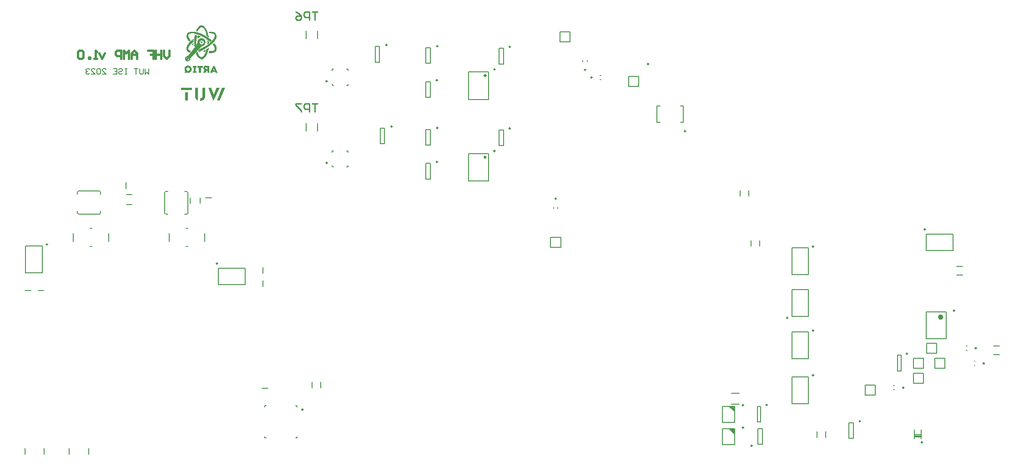
<source format=gbo>
G04*
G04 #@! TF.GenerationSoftware,Altium Limited,Altium Designer,22.8.2 (66)*
G04*
G04 Layer_Color=32896*
%FSLAX25Y25*%
%MOIN*%
G70*
G04*
G04 #@! TF.SameCoordinates,0D4134F5-1D43-4ED5-91CB-E042AC42DECA*
G04*
G04*
G04 #@! TF.FilePolarity,Positive*
G04*
G01*
G75*
%ADD10C,0.00118*%
%ADD11C,0.00394*%
%ADD12C,0.00394*%
%ADD13C,0.00984*%
%ADD14C,0.00787*%
%ADD15C,0.01181*%
%ADD16C,0.01000*%
%ADD17C,0.01968*%
%ADD18C,0.00197*%
%ADD21C,0.01575*%
%ADD22C,0.00800*%
%ADD23R,0.00040X0.00995*%
G36*
X262794Y344996D02*
X262902D01*
X263351Y344560D01*
Y344444D01*
X264321Y343475D01*
Y342960D01*
X264924Y342358D01*
Y341686D01*
X265160Y341449D01*
Y340670D01*
X265660Y340170D01*
Y338708D01*
X265992Y338375D01*
Y337754D01*
X265513D01*
X264978Y338289D01*
X264812D01*
Y338540D01*
X264428Y338924D01*
Y339960D01*
X264188Y340200D01*
Y341008D01*
X263603Y341593D01*
Y342350D01*
X262925Y343028D01*
Y343348D01*
X262123Y344150D01*
X261939D01*
X261521Y344568D01*
X260478D01*
X260061Y344152D01*
X259902D01*
Y344022D01*
X258680Y342799D01*
Y342255D01*
X258072Y341647D01*
Y341314D01*
X257218D01*
X256925Y341606D01*
X257050Y341686D01*
Y342079D01*
X257443Y342473D01*
Y342867D01*
X259805Y345623D01*
X262168D01*
X262794Y344996D01*
D02*
G37*
G36*
X260199Y337749D02*
X257837Y336567D01*
X258231Y338142D01*
X258624D01*
X260199Y337749D01*
D02*
G37*
G36*
X256268Y340986D02*
X260073Y339947D01*
X263273Y338247D01*
X265773Y336647D01*
X268102Y334892D01*
X267198Y334151D01*
X264173Y336447D01*
X260089Y338578D01*
X255219Y339965D01*
X253997Y340052D01*
X252436Y339804D01*
X251630Y339348D01*
X251186Y338211D01*
X251563Y336759D01*
X252582Y335063D01*
X251831Y334195D01*
X250398Y336528D01*
X250022Y337856D01*
X250448Y339734D01*
X251477Y340657D01*
X252716Y341076D01*
X254190Y341192D01*
X256268Y340986D01*
D02*
G37*
G36*
X265164Y334847D02*
X266165Y334072D01*
X266302Y333266D01*
X265214Y332331D01*
X265146Y334861D01*
X265164Y334847D01*
D02*
G37*
G36*
X254849Y331385D02*
X253897Y332042D01*
X253973Y332114D01*
X254722Y332820D01*
X254849Y331385D01*
D02*
G37*
G36*
X256262Y338930D02*
X257359Y338777D01*
X256951Y335480D01*
X256827Y333055D01*
X256865Y331937D01*
X255825Y330591D01*
X255673Y334047D01*
X255940Y337335D01*
X256217Y339007D01*
X256262Y338930D01*
D02*
G37*
G36*
X271577Y330485D02*
X271961Y328951D01*
X271871Y327954D01*
X271273Y326747D01*
X270078Y326086D01*
X268297Y325753D01*
X266161Y325897D01*
X266473Y327006D01*
X267975Y326903D01*
X269488Y327115D01*
X270347Y327580D01*
X270790Y328380D01*
X270774Y329166D01*
X270108Y330810D01*
X269326Y331959D01*
X270155Y332759D01*
X271577Y330485D01*
D02*
G37*
G36*
X268966Y341137D02*
X270481Y340676D01*
X271420Y339917D01*
X271873Y338547D01*
X271842Y337233D01*
X270841Y335101D01*
X269167Y333068D01*
X266873Y330947D01*
X263020Y328498D01*
X258771Y326625D01*
X258508Y327269D01*
X259190Y328010D01*
X261073Y328847D01*
X264868Y330992D01*
X268473Y334047D01*
X269802Y335644D01*
X270773Y337047D01*
X270816Y338111D01*
X270726Y338799D01*
X270198Y339487D01*
X269453Y339840D01*
X268026Y340046D01*
X266476Y339941D01*
X266168Y341055D01*
X267701Y341197D01*
X268966Y341137D01*
D02*
G37*
G36*
X263302Y326604D02*
X262362Y327152D01*
X263573Y327729D01*
X263302Y326604D01*
D02*
G37*
G36*
X254787Y334214D02*
X253602Y332993D01*
X252494Y331726D01*
X251605Y330279D01*
X251220Y329168D01*
X251295Y328093D01*
X252026Y327312D01*
X253038Y326985D01*
X252259Y325977D01*
X251893Y326102D01*
X250703Y326884D01*
X250168Y327808D01*
X250054Y329150D01*
X250754Y331164D01*
X252796Y333850D01*
X254768Y335658D01*
X254787Y334214D01*
D02*
G37*
G36*
X265626Y327322D02*
X264703Y324546D01*
X263692Y322790D01*
X262373Y321647D01*
X261332Y321197D01*
X260666D01*
X258939Y322090D01*
X258030Y323203D01*
X256905Y325527D01*
X257796Y326495D01*
X258095Y325642D01*
X259013Y323796D01*
X259869Y322823D01*
X260775Y322379D01*
X261689Y322531D01*
X262675Y323378D01*
X263394Y324505D01*
X264213Y326552D01*
X264703Y328424D01*
X265877Y329189D01*
X265626Y327322D01*
D02*
G37*
G36*
X251127Y321874D02*
X251334Y321666D01*
X251447Y321395D01*
Y321249D01*
Y321241D01*
Y321095D01*
X251334Y320823D01*
X251127Y320616D01*
X250855Y320503D01*
X250557D01*
X250286Y320615D01*
X250078Y320823D01*
X249966Y321094D01*
Y321241D01*
Y321247D01*
Y321394D01*
X250079Y321666D01*
X250286Y321874D01*
X250558Y321986D01*
X250856D01*
X251127Y321874D01*
D02*
G37*
G36*
X262791Y335665D02*
X263173Y335347D01*
X263673Y334447D01*
X263773Y332947D01*
X263170Y331591D01*
X261973Y330747D01*
X261074Y330548D01*
X253113Y322394D01*
X252789Y321898D01*
X252542Y321148D01*
X252131Y320127D01*
X251573Y319547D01*
X250734Y319471D01*
X251119Y320147D01*
X251875Y321054D01*
X251468Y322163D01*
X250305Y322365D01*
X249549Y321458D01*
X249955Y320350D01*
X251119Y320147D01*
X250734Y319471D01*
X249577Y319890D01*
X249373Y320247D01*
X248873Y320847D01*
X249340Y322443D01*
X249673Y322647D01*
X250510Y323114D01*
X251237Y323657D01*
X257638Y331930D01*
X258083Y333010D01*
X258073Y333947D01*
X258717Y335285D01*
X259873Y336147D01*
X260946Y336331D01*
X262791Y335665D01*
D02*
G37*
G36*
X266338Y311270D02*
X265205D01*
Y312759D01*
X264342Y312647D01*
X263540Y311270D01*
X262222D01*
Y311355D01*
X263176Y313048D01*
X262773Y313451D01*
X262549Y313898D01*
X262469Y314547D01*
X262549Y315001D01*
X262844Y315573D01*
X263636Y316130D01*
X265169Y316166D01*
Y315171D01*
X264198D01*
X263729Y314943D01*
X263586Y314566D01*
X263683Y314057D01*
X264200Y313747D01*
X265205Y313747D01*
X265169Y316166D01*
X266338D01*
Y311270D01*
D02*
G37*
G36*
X272403D02*
X271270D01*
X270934Y311986D01*
X268917D01*
X268582Y311270D01*
X267449D01*
X269703Y316232D01*
X270156D01*
X272403Y311270D01*
D02*
G37*
G36*
X261494Y315171D02*
X260252D01*
Y311270D01*
X259134D01*
Y315171D01*
X257898D01*
Y316166D01*
X261494D01*
Y315171D01*
D02*
G37*
G36*
X257015Y315200D02*
X256423D01*
Y312244D01*
X257066D01*
Y311270D01*
X254662D01*
Y312244D01*
X255305D01*
Y315200D01*
X254713D01*
Y316166D01*
X257015D01*
Y315200D01*
D02*
G37*
G36*
X251873Y316147D02*
X252565Y315861D01*
X253173Y315247D01*
X253473Y314747D01*
X253652Y314188D01*
X253671Y313711D01*
X253529Y312785D01*
X253138Y312073D01*
X252773Y311647D01*
X252244Y311404D01*
X250982Y311147D01*
X249858Y311422D01*
X249715Y311270D01*
X248529D01*
X249036Y312259D01*
X248743Y312933D01*
X248660Y313387D01*
Y313711D01*
X248789Y314646D01*
X249180Y315361D01*
X249570Y315750D01*
X250081Y316034D01*
X251157Y316253D01*
X251873Y316147D01*
D02*
G37*
G36*
X254005Y298473D02*
X245828D01*
Y300228D01*
X254005D01*
Y298473D01*
D02*
G37*
G36*
X269799Y290530D02*
X269747D01*
X265847Y300228D01*
X268057D01*
X269890Y295145D01*
X271996Y300228D01*
X274154D01*
X269799Y290530D01*
D02*
G37*
G36*
X263702Y294105D02*
X263702Y294059D01*
X263702Y294020D01*
X263701Y293982D01*
X263700Y293943D01*
X263699Y293905D01*
X263697Y293867D01*
X263695Y293829D01*
X263693Y293791D01*
X263690Y293753D01*
X263688Y293716D01*
X263685Y293678D01*
X263682Y293641D01*
X263678Y293604D01*
X263674Y293568D01*
X263670Y293531D01*
X263666Y293495D01*
X263661Y293458D01*
X263656Y293422D01*
X263651Y293386D01*
X263645Y293350D01*
X263639Y293315D01*
X263633Y293279D01*
X263627Y293244D01*
X263620Y293209D01*
X263613Y293174D01*
X263606Y293140D01*
X263599Y293105D01*
X263591Y293071D01*
X263582Y293031D01*
X263572Y292991D01*
X263562Y292952D01*
X263551Y292913D01*
X263540Y292874D01*
X263529Y292836D01*
X263517Y292798D01*
X263505Y292760D01*
X263493Y292722D01*
X263480Y292685D01*
X263465Y292642D01*
X263450Y292600D01*
X263434Y292558D01*
X263417Y292517D01*
X263400Y292476D01*
X263383Y292435D01*
X263363Y292389D01*
X263342Y292345D01*
X263320Y292300D01*
X263296Y292251D01*
X263271Y292203D01*
X263271D01*
X263267Y292196D01*
X263260Y292183D01*
X263253Y292170D01*
X263246Y292157D01*
X263242Y292151D01*
X263238Y292144D01*
X263230Y292129D01*
X263222Y292115D01*
X263214Y292101D01*
X263210Y292094D01*
Y292094D01*
X263205Y292087D01*
X263196Y292072D01*
X263187Y292057D01*
X263178Y292042D01*
X263174Y292034D01*
X263169Y292026D01*
X263159Y292010D01*
X263149Y291994D01*
X263139Y291978D01*
X263133Y291970D01*
X263127Y291962D01*
X263116Y291944D01*
X263104Y291926D01*
X263092Y291908D01*
X263086Y291899D01*
X263078Y291889D01*
X263064Y291868D01*
X263049Y291847D01*
X263034Y291827D01*
X263026Y291817D01*
X263015Y291802D01*
X262994Y291774D01*
X262971Y291745D01*
X262949Y291717D01*
X262937Y291703D01*
X262891Y291647D01*
X262793Y291539D01*
X262689Y291436D01*
X262581Y291339D01*
X262525Y291293D01*
X262515Y291284D01*
X262495Y291268D01*
X262474Y291252D01*
X262454Y291237D01*
X262444Y291229D01*
X262444Y291229D01*
X262435Y291222D01*
X262418Y291209D01*
X262400Y291196D01*
X262383Y291184D01*
X262374Y291177D01*
X262374Y291177D01*
X262366Y291172D01*
X262351Y291161D01*
X262335Y291150D01*
X262319Y291139D01*
X262311Y291134D01*
X262304Y291129D01*
X262291Y291120D01*
X262277Y291111D01*
X262263Y291102D01*
X262256Y291097D01*
X262250Y291093D01*
X262237Y291085D01*
X262224Y291077D01*
X262212Y291069D01*
X262205Y291065D01*
X262199Y291061D01*
X262186Y291053D01*
X262173Y291045D01*
X262160Y291037D01*
X262153Y291033D01*
X262105Y291005D01*
X262061Y290981D01*
X262017Y290957D01*
X261972Y290933D01*
X261931Y290913D01*
X261890Y290893D01*
X261849Y290874D01*
X261807Y290855D01*
X261770Y290839D01*
X261733Y290823D01*
X261695Y290807D01*
X261657Y290792D01*
X261619Y290777D01*
X261580Y290763D01*
X261541Y290749D01*
X261507Y290737D01*
X261473Y290726D01*
X261439Y290715D01*
X261405Y290704D01*
X261370Y290693D01*
X261335Y290683D01*
X261300Y290673D01*
X261264Y290663D01*
X261229Y290654D01*
X261193Y290645D01*
X261156Y290636D01*
X261120Y290627D01*
X261083Y290619D01*
X261046Y290611D01*
X261009Y290603D01*
X260972Y290595D01*
X260940Y290589D01*
X260909Y290584D01*
X260877Y290578D01*
X260845Y290573D01*
X260813Y290567D01*
X260781Y290562D01*
X260749Y290558D01*
X260716Y290553D01*
X260683Y290548D01*
X260650Y290544D01*
X260617Y290540D01*
X260584Y290536D01*
X260551Y290533D01*
X260517Y290529D01*
X260483Y290526D01*
X260449Y290523D01*
X260415Y290521D01*
X260381Y290518D01*
X260347Y290516D01*
X260312Y290513D01*
X260277Y290512D01*
X260242Y290510D01*
X260207Y290508D01*
X260172Y290507D01*
X260137Y290506D01*
X260101Y290505D01*
X260065Y290504D01*
X260029Y290504D01*
X259993Y290504D01*
X259971Y290504D01*
X259854D01*
Y292324D01*
X259971D01*
X259992Y292324D01*
X260009Y292324D01*
X260025Y292324D01*
X260042Y292325D01*
X260059Y292325D01*
X260075Y292326D01*
X260092Y292327D01*
X260108Y292328D01*
X260124Y292329D01*
X260140Y292330D01*
X260156Y292331D01*
X260173Y292332D01*
X260189Y292334D01*
X260204Y292335D01*
X260220Y292337D01*
X260236Y292339D01*
X260252Y292340D01*
X260267Y292342D01*
X260286Y292345D01*
X260304Y292348D01*
X260323Y292351D01*
X260341Y292354D01*
X260359Y292357D01*
X260377Y292360D01*
X260395Y292364D01*
X260413Y292367D01*
X260430Y292371D01*
X260448Y292375D01*
X260465Y292379D01*
X260483Y292383D01*
X260500Y292388D01*
X260520Y292393D01*
X260540Y292398D01*
X260559Y292404D01*
X260579Y292410D01*
X260598Y292416D01*
X260617Y292423D01*
X260639Y292430D01*
X260660Y292438D01*
X260681Y292446D01*
X260705Y292455D01*
X260729Y292465D01*
X260752Y292475D01*
X260755Y292476D01*
X260761Y292479D01*
X260768Y292482D01*
X260774Y292485D01*
X260777Y292486D01*
X260777Y292486D01*
X260781Y292488D01*
X260787Y292491D01*
X260794Y292494D01*
X260801Y292497D01*
X260805Y292499D01*
Y292499D01*
X260808Y292501D01*
X260815Y292504D01*
X260822Y292508D01*
X260828Y292511D01*
X260832Y292513D01*
X260832D01*
X260836Y292515D01*
X260843Y292518D01*
X260850Y292522D01*
X260857Y292526D01*
X260861Y292528D01*
X260865Y292530D01*
X260874Y292535D01*
X260882Y292540D01*
X260890Y292544D01*
X260894Y292547D01*
X260899Y292549D01*
X260909Y292555D01*
X260918Y292560D01*
X260927Y292566D01*
X260932Y292569D01*
X260932Y292569D01*
X260938Y292572D01*
X260949Y292579D01*
X260961Y292587D01*
X260972Y292594D01*
X260978Y292598D01*
X260978Y292598D01*
X260987Y292604D01*
X261005Y292616D01*
X261023Y292629D01*
X261041Y292642D01*
X261050Y292649D01*
X261071Y292666D01*
X261114Y292700D01*
X261155Y292736D01*
X261195Y292774D01*
X261214Y292793D01*
X261219Y292798D01*
X261228Y292809D01*
X261238Y292819D01*
X261248Y292829D01*
X261252Y292834D01*
X261256Y292839D01*
X261264Y292847D01*
X261271Y292856D01*
X261279Y292864D01*
X261282Y292868D01*
X261285Y292872D01*
X261291Y292879D01*
X261297Y292886D01*
X261303Y292894D01*
X261306Y292897D01*
X261306D01*
X261309Y292901D01*
X261314Y292908D01*
X261320Y292914D01*
X261325Y292921D01*
X261328Y292925D01*
X261330Y292928D01*
X261335Y292934D01*
X261340Y292941D01*
X261345Y292947D01*
X261347Y292951D01*
X261350Y292953D01*
X261354Y292959D01*
X261358Y292966D01*
X261363Y292972D01*
X261365Y292975D01*
X261380Y292997D01*
X261395Y293019D01*
X261410Y293042D01*
X261423Y293063D01*
X261436Y293084D01*
X261448Y293106D01*
X261459Y293125D01*
X261470Y293144D01*
X261480Y293164D01*
X261490Y293184D01*
X261500Y293204D01*
X261509Y293221D01*
X261517Y293239D01*
X261525Y293257D01*
X261533Y293275D01*
X261541Y293294D01*
X261549Y293312D01*
X261556Y293331D01*
X261563Y293349D01*
X261571Y293368D01*
X261578Y293387D01*
X261584Y293406D01*
X261590Y293423D01*
X261596Y293440D01*
X261601Y293456D01*
X261607Y293473D01*
X261612Y293490D01*
X261617Y293507D01*
X261622Y293524D01*
X261627Y293541D01*
X261631Y293559D01*
X261636Y293576D01*
X261640Y293594D01*
X261644Y293611D01*
X261649Y293629D01*
X261653Y293647D01*
X261656Y293665D01*
X261660Y293683D01*
X261664Y293701D01*
X261667Y293719D01*
X261671Y293738D01*
X261674Y293756D01*
X261677Y293774D01*
X261680Y293793D01*
X261683Y293812D01*
X261686Y293830D01*
X261688Y293849D01*
X261691Y293868D01*
X261693Y293887D01*
X261696Y293906D01*
X261698Y293926D01*
X261700Y293945D01*
X261701Y293964D01*
X261703Y293984D01*
X261705Y294003D01*
X261706Y294023D01*
X261707Y294043D01*
X261709Y294063D01*
X261710Y294083D01*
X261711Y294103D01*
X261711Y294123D01*
X261712Y294143D01*
X261713Y294163D01*
X261713Y294183D01*
X261713Y294204D01*
X261713Y294224D01*
X261713Y294235D01*
Y300228D01*
X263702D01*
Y294105D01*
D02*
G37*
G36*
X258229Y290816D02*
X258187Y290833D01*
X258148Y290850D01*
X258110Y290867D01*
X258073Y290884D01*
X258032Y290904D01*
X257991Y290924D01*
X257951Y290945D01*
X257908Y290967D01*
X257865Y290991D01*
X257819Y291017D01*
X257813Y291020D01*
X257801Y291027D01*
X257789Y291035D01*
X257777Y291042D01*
X257771Y291045D01*
Y291046D01*
X257765Y291049D01*
X257753Y291056D01*
X257741Y291064D01*
X257729Y291071D01*
X257723Y291075D01*
X257723D01*
X257717Y291079D01*
X257704Y291087D01*
X257691Y291095D01*
X257679Y291103D01*
X257673Y291107D01*
X257665Y291112D01*
X257651Y291121D01*
X257637Y291131D01*
X257624Y291140D01*
X257616Y291145D01*
X257609Y291150D01*
X257593Y291161D01*
X257578Y291172D01*
X257563Y291183D01*
X257555Y291188D01*
Y291188D01*
X257547Y291194D01*
X257530Y291206D01*
X257514Y291219D01*
X257497Y291231D01*
X257489Y291237D01*
X257479Y291245D01*
X257459Y291261D01*
X257439Y291277D01*
X257419Y291293D01*
X257409Y291301D01*
X257395Y291312D01*
X257368Y291335D01*
X257340Y291359D01*
X257313Y291383D01*
X257300Y291395D01*
X257247Y291443D01*
X257146Y291544D01*
X257050Y291650D01*
X256959Y291761D01*
X256916Y291818D01*
X256908Y291829D01*
X256893Y291850D01*
X256877Y291871D01*
X256862Y291893D01*
X256855Y291903D01*
X256849Y291912D01*
X256837Y291930D01*
X256825Y291947D01*
X256813Y291965D01*
X256807Y291974D01*
Y291974D01*
X256802Y291982D01*
X256792Y291998D01*
X256782Y292013D01*
X256773Y292029D01*
X256768Y292037D01*
X256768Y292037D01*
X256763Y292044D01*
X256755Y292058D01*
X256746Y292072D01*
X256738Y292087D01*
X256733Y292094D01*
X256730Y292101D01*
X256722Y292114D01*
X256714Y292128D01*
X256706Y292141D01*
X256702Y292148D01*
X256702Y292148D01*
X256699Y292155D01*
X256692Y292167D01*
X256684Y292180D01*
X256677Y292193D01*
X256674Y292200D01*
X256648Y292249D01*
X256623Y292298D01*
X256601Y292345D01*
X256581Y292388D01*
X256561Y292432D01*
X256542Y292476D01*
X256525Y292517D01*
X256509Y292558D01*
X256493Y292600D01*
X256478Y292642D01*
X256464Y292680D01*
X256451Y292719D01*
X256438Y292758D01*
X256426Y292797D01*
X256414Y292837D01*
X256403Y292873D01*
X256393Y292909D01*
X256383Y292945D01*
X256374Y292982D01*
X256364Y293019D01*
X256356Y293056D01*
X256347Y293093D01*
X256339Y293130D01*
X256331Y293168D01*
X256323Y293206D01*
X256316Y293244D01*
X256310Y293278D01*
X256304Y293312D01*
X256298Y293346D01*
X256293Y293381D01*
X256288Y293415D01*
X256283Y293450D01*
X256278Y293485D01*
X256274Y293520D01*
X256270Y293556D01*
X256266Y293591D01*
X256263Y293627D01*
X256259Y293663D01*
X256256Y293699D01*
X256254Y293735D01*
X256251Y293771D01*
X256249Y293808D01*
X256247Y293844D01*
X256245Y293881D01*
X256244Y293918D01*
X256243Y293955D01*
X256242Y293992D01*
X256241Y294029D01*
X256241Y294067D01*
X256240Y294105D01*
Y300228D01*
X258229D01*
Y290816D01*
D02*
G37*
G36*
X250911Y290673D02*
X248922D01*
Y296848D01*
X250911D01*
X250911Y290673D01*
D02*
G37*
G36*
X274336Y290628D02*
X272269D01*
X276065Y300183D01*
X278184D01*
X274336Y290628D01*
D02*
G37*
%LPC*%
G36*
X260340Y335209D02*
X259163Y333791D01*
X259803Y332061D01*
X261620Y331752D01*
X262797Y333170D01*
X262158Y334899D01*
X260340Y335209D01*
D02*
G37*
%LPD*%
G36*
X261473Y333947D02*
X261741Y333470D01*
X261573Y332947D01*
X260998Y332732D01*
X260473Y332947D01*
X260260Y333476D01*
X260373Y333847D01*
X261004Y334215D01*
X261473Y333947D01*
D02*
G37*
%LPC*%
G36*
X269934Y314461D02*
X269260Y312931D01*
X270591D01*
X269934Y314461D01*
D02*
G37*
G36*
X251157Y315157D02*
X250684Y315036D01*
X250242Y314806D01*
X249891Y314243D01*
X249813Y313711D01*
X249981Y312955D01*
X250473Y312447D01*
X251157Y312255D01*
X251673Y312347D01*
X252073Y312608D01*
X252424Y313176D01*
X252482Y313427D01*
X252424Y314243D01*
X252073Y314847D01*
X251673Y315036D01*
X251157Y315157D01*
D02*
G37*
%LPD*%
D10*
X249180Y315361D02*
G03*
X248789Y314646I1790J-1443D01*
G01*
X248743Y312930D02*
G03*
X249036Y312259I2334J621D01*
G01*
X248644Y313711D02*
G03*
X248660Y313387I3272J-4D01*
G01*
D02*
G03*
X248743Y312930I2809J274D01*
G01*
X248789Y314646D02*
G03*
X248644Y313711I2753J-906D01*
G01*
X250081Y316034D02*
G03*
X249180Y315361I913J-2159D01*
G01*
X249833Y313993D02*
G03*
X249813Y313711I1892J-277D01*
G01*
Y313711D02*
G03*
X249891Y313176I1769J-17D01*
G01*
Y314243D02*
G03*
X249833Y313993I1519J-481D01*
G01*
X249891Y313176D02*
G03*
X249981Y312955I1345J423D01*
G01*
X249966Y321247D02*
G03*
X250704Y320503I744J0D01*
G01*
X250709Y321986D02*
G03*
X249966Y321247I3J-746D01*
G01*
X251447Y321241D02*
G03*
X250709Y321986I-746J-1D01*
G01*
X249924Y311492D02*
G03*
X250038Y311435I1170J2193D01*
G01*
X250242Y314806D02*
G03*
X249891Y314243I888J-946D01*
G01*
X249981Y312955D02*
G03*
X251157Y312255I1157J605D01*
G01*
X250038Y311435D02*
G03*
X251175Y311186I1128J2434D01*
G01*
X251157Y316253D02*
G03*
X250081Y316034I-4J-2736D01*
G01*
X251157Y315157D02*
G03*
X250242Y314806I-9J-1346D01*
G01*
X250704Y320503D02*
G03*
X251447Y321241I-2J745D01*
G01*
X251157Y312255D02*
G03*
X252073Y312608I8J1340D01*
G01*
X251175Y311186D02*
G03*
X252244Y311404I4J2716D01*
G01*
X252334Y314461D02*
G03*
X251157Y315157I-1156J-612D01*
G01*
X252565Y315861D02*
G03*
X251157Y316253I-1395J-2287D01*
G01*
X252073Y312608D02*
G03*
X252424Y313176I-900J950D01*
G01*
X252424Y314243D02*
G03*
X252334Y314461I-1328J-421D01*
G01*
X252424Y313176D02*
G03*
X252482Y313427I-1542J485D01*
G01*
X252502Y313711D02*
G03*
X252424Y314243I-1743J17D01*
G01*
X252482Y313427D02*
G03*
X252502Y313711I-1921J279D01*
G01*
X252244Y311404D02*
G03*
X253138Y312073I-907J2145D01*
G01*
X253633Y314207D02*
G03*
X252565Y315861I-2291J-307D01*
G01*
X253138Y312073D02*
G03*
X253526Y312783I-1778J1434D01*
G01*
X253526Y312783D02*
G03*
X253671Y313711I-2734J900D01*
G01*
D02*
G03*
X253633Y314207I-3167J8D01*
G01*
X262547Y315001D02*
G03*
X262553Y313898I1759J-541D01*
G01*
X262848Y315573D02*
G03*
X262547Y315001I1286J-1044D01*
G01*
X262553Y313898D02*
G03*
X263180Y313048I1550J487D01*
G01*
X263528Y316051D02*
G03*
X262848Y315573I530J-1476D01*
G01*
X263590Y314566D02*
G03*
X263585Y314464I881J-98D01*
G01*
X263637Y314765D02*
G03*
X263590Y314566I789J-290D01*
G01*
X263966Y316153D02*
G03*
X263528Y316051I205J-1872D01*
G01*
X264205Y316166D02*
G03*
X263966Y316153I5J-2185D01*
G01*
X263585Y314464D02*
G03*
X263643Y314152I877J2D01*
G01*
X263679Y314858D02*
G03*
X263637Y314765I650J-349D01*
G01*
X263643Y314152D02*
G03*
X263687Y314057I711J276D01*
G01*
X263733Y314943D02*
G03*
X263679Y314858I527J-397D01*
G01*
X263687Y314057D02*
G03*
X263744Y313971I599J333D01*
G01*
Y313971D02*
G03*
X263812Y313896I488J376D01*
G01*
X263974Y315128D02*
G03*
X263733Y314943I208J-519D01*
G01*
X263812Y313896D02*
G03*
X264204Y313747I382J412D01*
G01*
X264202Y315171D02*
G03*
X263974Y315128I-1J-628D01*
G01*
X257898Y316166D02*
X261494D01*
X260252Y311270D02*
Y315171D01*
X248529Y311270D02*
Y311334D01*
X249063Y312217D01*
X249036Y312259D02*
X249063Y312217D01*
X248529Y311270D02*
X249715D01*
X249036Y312259D02*
X249924Y311492D01*
X249549Y321458D02*
X249955Y320350D01*
X249715Y311270D02*
X249853Y311530D01*
X249924Y311492D01*
X249549Y321458D02*
X250305Y322365D01*
X251468Y322163D01*
X251875Y321054D01*
X249955Y320350D02*
X251119Y320147D01*
X251875Y321054D01*
X254713Y315200D02*
X255305D01*
X254662Y311270D02*
Y312244D01*
X254713Y315200D02*
Y316166D01*
X254662Y312244D02*
X255305D01*
X264977Y315172D02*
X265008Y315172D01*
X265038Y315171D01*
X265069Y315171D01*
X265129Y315171D01*
X265209D01*
X265209Y311270D02*
Y312759D01*
X265209Y313747D02*
Y315171D01*
X266342Y311270D02*
Y316166D01*
X267449Y311360D02*
X269703Y316232D01*
X269260Y312886D02*
X269934Y314416D01*
X269260Y312886D02*
X270591D01*
X269934Y314416D02*
X270591Y312886D01*
X254662Y311270D02*
X257066D01*
X255305Y312244D02*
Y315200D01*
X254713Y316166D02*
X257015D01*
X256423Y312244D02*
Y315200D01*
X257015D01*
X256423Y312244D02*
X257066D01*
X257015Y315200D02*
Y316166D01*
X257066Y311270D02*
Y312244D01*
X257898Y315171D02*
Y316166D01*
Y315171D02*
X259134D01*
Y311270D02*
Y315171D01*
X260252D02*
X261494D01*
Y316166D01*
X262226Y311355D02*
X263244Y313005D01*
X263180Y313048D02*
X263244Y313005D01*
X264264Y315173D02*
X264325Y315174D01*
X264387Y315174D01*
X264449Y315175D01*
X264511Y315175D01*
X264574Y315175D01*
X264637Y315174D01*
X264699Y315174D01*
X264824Y315173D01*
X264855Y315173D01*
X264886Y315172D01*
X264916Y315172D01*
X264205Y316166D02*
X266342D01*
X269703Y316187D02*
X270156D01*
X264204Y313747D02*
X265209D01*
X264411Y312759D02*
X265209D01*
X264947Y315172D02*
X264977Y315172D01*
X270934Y311941D02*
X271270Y311225D01*
X268917Y311941D02*
X270934D01*
X270156Y316187D02*
X272403Y311315D01*
X268582Y311225D02*
X268917Y311941D01*
X259134Y311270D02*
X260252D01*
X262226D02*
Y311355D01*
Y311270D02*
X263544D01*
X265209D02*
X266342D01*
X267449D02*
Y311360D01*
Y311270D02*
X268582D01*
X271270Y311225D02*
X272403D01*
Y311315D01*
X264916Y315172D02*
X264947Y315172D01*
X263544Y311270D02*
X264411Y312759D01*
X264202Y315171D02*
X264264Y315173D01*
D11*
X260080Y329913D02*
G03*
X259847Y329699I4530J-5165D01*
G01*
X260293Y330091D02*
G03*
X260080Y329913I3365J-4257D01*
G01*
X260955Y330503D02*
G03*
X260817Y330438I781J-1829D01*
G01*
X261074Y330548D02*
G03*
X260955Y330503I483J-1455D01*
G01*
X251057Y335267D02*
G03*
X251246Y334982I8654J5533D01*
G01*
Y334982D02*
G03*
X251440Y334708I9895J6801D01*
G01*
X250163Y337235D02*
G03*
X250398Y336528I5809J1540D01*
G01*
X271901Y337434D02*
G03*
X271969Y337906I-3625J767D01*
G01*
X262236Y337551D02*
G03*
X261625Y337865I-13047J-24633D01*
G01*
X271956Y328392D02*
G03*
X271961Y328906I-3328J293D01*
G01*
X271565Y336403D02*
G03*
X271674Y336673I-6399J2739D01*
G01*
X270841Y335056D02*
G03*
X271565Y336403I-7338J4813D01*
G01*
X271577Y330440D02*
G03*
X271263Y331097I-6452J-2677D01*
G01*
X271821Y329727D02*
G03*
X271577Y330440I-5737J-1566D01*
G01*
X271961Y328906D02*
G03*
X271821Y329727I-4153J-287D01*
G01*
X271842Y337188D02*
G03*
X271901Y337434I-4276J1155D01*
G01*
X271674Y336673D02*
G03*
X271766Y336935I-5539J2101D01*
G01*
D02*
G03*
X271842Y337188I-4840J1581D01*
G01*
X260946Y336331D02*
G03*
X258717Y335285I-4J-2888D01*
G01*
X262791Y335665D02*
G03*
X260946Y336331I-1843J-2216D01*
G01*
X257880Y332385D02*
G03*
X257962Y332575I-3039J1411D01*
G01*
X257962Y332575D02*
G03*
X258020Y332742I-2401J940D01*
G01*
X258020Y332742D02*
G03*
X258083Y333010I-1647J527D01*
G01*
X258718Y335285D02*
G03*
X258083Y333010I2223J-1846D01*
G01*
X260260Y333476D02*
G03*
X260998Y332732I744J0D01*
G01*
X261004Y334215D02*
G03*
X260260Y333476I2J-745D01*
G01*
X260998Y332732D02*
G03*
X261741Y333470I-2J745D01*
G01*
D02*
G03*
X261004Y334215I-745J-1D01*
G01*
X257638Y331930D02*
G03*
X257774Y332170I-4752J2845D01*
G01*
X257268Y331371D02*
G03*
X257470Y331664I-7196J5184D01*
G01*
D02*
G03*
X257638Y331930I-5870J3881D01*
G01*
X261074Y330548D02*
G03*
X263170Y331591I-126J2881D01*
G01*
X260487Y330235D02*
G03*
X260293Y330091I2446J-3483D01*
G01*
X260662Y330350D02*
G03*
X260487Y330235I1733J-2830D01*
G01*
X260817Y330438D02*
G03*
X260662Y330350I1189J-2283D01*
G01*
X259190Y328011D02*
G03*
X263767Y330275I-9400J24764D01*
G01*
X259847Y329699D02*
G03*
X259594Y329446I5985J-6223D01*
G01*
X259594D02*
G03*
X259026Y328805I8691J-8286D01*
G01*
X264667Y328327D02*
G03*
X264662Y328305I1051J-262D01*
G01*
X264672Y328349D02*
G03*
X264667Y328327I708J-200D01*
G01*
X264679Y328370D02*
G03*
X264672Y328349I489J-160D01*
G01*
X264686Y328390D02*
G03*
X264679Y328370I332J-131D01*
G01*
X264694Y328408D02*
G03*
X264686Y328390I216J-106D01*
G01*
X264703Y328424D02*
G03*
X264694Y328408I131J-85D01*
G01*
X264713Y328436D02*
G03*
X264703Y328424I72J-66D01*
G01*
X264724Y328446D02*
G03*
X264713Y328437I35J-51D01*
G01*
X263767Y330275D02*
G03*
X264868Y330992I-15039J24310D01*
G01*
X263170Y331591D02*
G03*
X262791Y335665I-2225J1848D01*
G01*
X254770Y334174D02*
G03*
X254780Y334194I-263J132D01*
G01*
X254672Y334043D02*
G03*
X254713Y334088I-466J465D01*
G01*
Y334088D02*
G03*
X254730Y334110I-439J365D01*
G01*
Y334110D02*
G03*
X254745Y334132I-403J302D01*
G01*
X254745D02*
G03*
X254759Y334153I-359J241D01*
G01*
D02*
G03*
X254770Y334174I-312J184D01*
G01*
X254780Y334194D02*
G03*
X254787Y334214I-215J89D01*
G01*
X254787D02*
G03*
X254794Y334250I-149J48D01*
G01*
X255802Y336181D02*
G03*
X255753Y331420I27912J-2669D01*
G01*
X256879Y334665D02*
G03*
X256827Y333055I19501J-1429D01*
G01*
X254848Y331736D02*
G03*
X254825Y332118I-8081J-294D01*
G01*
X254839Y331241D02*
G03*
X254849Y331385I-2112J224D01*
G01*
X254852Y331553D02*
G03*
X254848Y331736I-5776J-24D01*
G01*
X254849Y331385D02*
G03*
X254852Y331553I-3822J149D01*
G01*
X253135Y334190D02*
G03*
X252796Y333850I13361J-13631D01*
G01*
X252180Y333178D02*
G03*
X251638Y332512I10166J-8819D01*
G01*
X252796Y333850D02*
G03*
X252180Y333178I11609J-11279D01*
G01*
X252724Y332020D02*
G03*
X252494Y331726I8415J-6847D01*
G01*
X253243Y332618D02*
G03*
X252724Y332020I9625J-8868D01*
G01*
X251188Y328920D02*
G03*
X251182Y328680I2210J-174D01*
G01*
D02*
G03*
X251202Y328448I2053J62D01*
G01*
X269980Y330975D02*
G03*
X269848Y331179I-9811J-6200D01*
G01*
X270108Y330765D02*
G03*
X269980Y330975I-7877J-4687D01*
G01*
X251186Y338211D02*
G03*
X251304Y337414I2959J32D01*
G01*
D02*
G03*
X251415Y337089I3395J979D01*
G01*
D02*
G03*
X251563Y336759I3859J1532D01*
G01*
D02*
G03*
X251651Y336592I4274J2139D01*
G01*
X251651D02*
G03*
X251782Y336359I10939J6029D01*
G01*
X254852Y335725D02*
G03*
X254852Y335724I30J7D01*
G01*
X255940Y337335D02*
G03*
X255802Y336181I25623J-3658D01*
G01*
X254859Y335678D02*
G03*
X254858Y335683I-189J-17D01*
G01*
X254859Y335673D02*
G03*
X254859Y335678I-137J-8D01*
G01*
X254859Y335669D02*
G03*
X254859Y335673I-105J-2D01*
G01*
X254859Y335665D02*
G03*
X254859Y335669I-84J3D01*
G01*
X254852Y335724D02*
G03*
X254852Y335723I24J7D01*
G01*
D02*
G03*
X254852Y335722I21J7D01*
G01*
X254858Y335683D02*
G03*
X254858Y335688I-274J-31D01*
G01*
X254851Y335726D02*
G03*
X254852Y335725I36J7D01*
G01*
X258153Y337913D02*
G03*
X258093Y337799I206J-182D01*
G01*
X258211Y337978D02*
G03*
X258153Y337913I573J-566D01*
G01*
X258281Y338044D02*
G03*
X258211Y337978I797J-919D01*
G01*
X258361Y338109D02*
G03*
X258281Y338044I908J-1201D01*
G01*
X261625Y337865D02*
G03*
X260089Y338578I-13106J-26206D01*
G01*
X264924Y338175D02*
G03*
X265074Y338076I582J715D01*
G01*
X265145Y338037D02*
G03*
X265074Y338076I-1936J-3446D01*
G01*
X270729Y337531D02*
G03*
X270816Y338066I-2619J703D01*
G01*
X269418Y335075D02*
G03*
X269802Y335599I-8953J6959D01*
G01*
D02*
G03*
X269970Y335851I-7367J5064D01*
G01*
Y335851D02*
G03*
X270121Y336098I-6546J4181D01*
G01*
D02*
G03*
X270257Y336341I-5916J3475D01*
G01*
X270257Y336341D02*
G03*
X270485Y336818I-5214J2791D01*
G01*
Y336818D02*
G03*
X270729Y337531I-4765J2025D01*
G01*
X267719Y335234D02*
G03*
X264734Y337431I-19310J-23110D01*
G01*
X265216Y337996D02*
G03*
X265145Y338037I-2236J-3813D01*
G01*
X266165Y334072D02*
G03*
X266050Y334167I-626J-643D01*
G01*
X266211Y334022D02*
G03*
X266165Y334072I-501J-412D01*
G01*
X266249Y333970D02*
G03*
X266211Y334022I-460J-296D01*
G01*
X266301Y333860D02*
G03*
X266249Y333970I-449J-145D01*
G01*
X266309Y333373D02*
G03*
X266309Y333431I-3414J21D01*
G01*
X264868Y330992D02*
G03*
X265986Y331796I-15911J23309D01*
G01*
X266311Y333555D02*
G03*
X266310Y333537I847J-56D01*
G01*
X266313Y333572D02*
G03*
X266311Y333555I706J-64D01*
G01*
X266323Y333739D02*
G03*
X266301Y333860I-485J-27D01*
G01*
X266317Y333605D02*
G03*
X266313Y333572I543J-82D01*
G01*
X266317Y333605D02*
G03*
X266324Y333673I-700J107D01*
G01*
X266323D02*
G03*
X266323Y333739I-586J32D01*
G01*
X266108Y333051D02*
G03*
X266270Y333195I-5181J5981D01*
G01*
X266270Y333195D02*
G03*
X266281Y333208I-48J52D01*
G01*
D02*
G03*
X266290Y333225I-86J57D01*
G01*
D02*
G03*
X266297Y333244I-145J62D01*
G01*
X266297D02*
G03*
X266302Y333266I-233J65D01*
G01*
X266302Y333266D02*
G03*
X266305Y333291I-358J65D01*
G01*
X266305D02*
G03*
X266308Y333317I-539J61D01*
G01*
D02*
G03*
X266309Y333344I-810J52D01*
G01*
Y333344D02*
G03*
X266309Y333373I-1265J39D01*
G01*
X270813Y328842D02*
G03*
X270774Y329121I-2519J-214D01*
G01*
X270554Y329868D02*
G03*
X270348Y330329I-5030J-1971D01*
G01*
X270774Y329121D02*
G03*
X270554Y329868I-4281J-851D01*
G01*
X271263Y331097D02*
G03*
X271088Y331404I-7081J-3835D01*
G01*
X270790Y328335D02*
G03*
X270818Y328580I-1700J319D01*
G01*
X270818D02*
G03*
X270813Y328842I-2060J88D01*
G01*
X270367Y334387D02*
G03*
X270841Y335056I-8451J6499D01*
G01*
X270527Y332236D02*
G03*
X270155Y332714I-12102J-9037D01*
G01*
X270717Y331974D02*
G03*
X270527Y332236I-9414J-6609D01*
G01*
X268304Y333833D02*
G03*
X269418Y335120I-11329J10939D01*
G01*
X267452Y333008D02*
G03*
X268304Y333833I-11860J13094D01*
G01*
X269500Y333370D02*
G03*
X269810Y333712I-11382J10636D01*
G01*
X269810Y333712D02*
G03*
X270099Y334051I-10353J9114D01*
G01*
X269167Y333023D02*
G03*
X269500Y333370I-12634J12464D01*
G01*
X270099Y334051D02*
G03*
X270367Y334387I-9515J7846D01*
G01*
X270905Y331696D02*
G03*
X270717Y331974I-8414J-5498D01*
G01*
X271088Y331404D02*
G03*
X270905Y331696I-7671J-4600D01*
G01*
X263020Y328498D02*
G03*
X269167Y333068I-11924J22456D01*
G01*
X264812Y338289D02*
G03*
X264924Y338175I572J449D01*
G01*
X270232Y330550D02*
G03*
X270108Y330765I-6655J-3672D01*
G01*
X270348Y330329D02*
G03*
X270232Y330550I-5818J-2925D01*
G01*
X270816Y338066D02*
G03*
X270816Y338311I-2027J116D01*
G01*
X271969Y337906D02*
G03*
X271911Y338790I-3003J247D01*
G01*
X264734Y337431D02*
G03*
X257219Y340769I-14230J-21903D01*
G01*
X258531Y338220D02*
G03*
X258361Y338109I707J-1264D01*
G01*
X258613Y338260D02*
G03*
X258531Y338220I376J-863D01*
G01*
X258687Y338287D02*
G03*
X258613Y338260I145J-526D01*
G01*
X257774Y332170D02*
G03*
X257880Y332385I-3815J2035D01*
G01*
X256827Y333055D02*
G03*
X256865Y331937I22122J196D01*
G01*
X256745Y330698D02*
G03*
X257027Y331049I-10568J8779D01*
G01*
D02*
G03*
X257268Y331371I-8753J6800D01*
G01*
X253494Y334535D02*
G03*
X253135Y334190I14724J-15732D01*
G01*
X250051Y329143D02*
G03*
X250054Y329150I-145J56D01*
G01*
X250030Y329102D02*
G03*
X250037Y329115I-475J281D01*
G01*
X250037Y329115D02*
G03*
X250041Y329121I-277J154D01*
G01*
X250041Y329121D02*
G03*
X250044Y329128I-221J116D01*
G01*
X250044Y329128D02*
G03*
X250048Y329135I-186J90D01*
G01*
D02*
G03*
X250051Y329143I-163J71D01*
G01*
X250054Y329150D02*
G03*
X250056Y329158I-133J44D01*
G01*
D02*
G03*
X250059Y329174I-119J32D01*
G01*
X250226Y329950D02*
G03*
X250059Y329174I4378J-1349D01*
G01*
X250364Y330346D02*
G03*
X250226Y329950I5013J-1973D01*
G01*
X250540Y330750D02*
G03*
X250364Y330346I5639J-2693D01*
G01*
X254766Y332620D02*
G03*
X254722Y332820I-1294J-183D01*
G01*
X254788Y332472D02*
G03*
X254766Y332620I-4517J-586D01*
G01*
X254808Y332302D02*
G03*
X254788Y332472I-6819J-717D01*
G01*
X254825Y332118D02*
G03*
X254808Y332302I-8313J-690D01*
G01*
X251638Y332512D02*
G03*
X250754Y331164I8942J-6827D01*
G01*
D02*
G03*
X250540Y330750I6485J-3613D01*
G01*
X251278Y329426D02*
G03*
X251220Y329168I2863J-784D01*
G01*
X251363Y329694D02*
G03*
X251278Y329426I3400J-1223D01*
G01*
X251605Y330279D02*
G03*
X251363Y329694I6060J-2850D01*
G01*
X251910Y330857D02*
G03*
X251605Y330279I6255J-3666D01*
G01*
X252281Y331435D02*
G03*
X251910Y330857I6862J-4820D01*
G01*
X252494Y331726D02*
G03*
X252281Y331435I7728J-5858D01*
G01*
X250875Y335564D02*
G03*
X251057Y335267I7770J4554D01*
G01*
X251440Y334708D02*
G03*
X251831Y334195I13273J9705D01*
G01*
X251220Y329168D02*
G03*
X251188Y328920I2474J-446D01*
G01*
X251202Y328448D02*
G03*
X251295Y328093I1582J222D01*
G01*
X267198Y334151D02*
G03*
X262236Y337551I-17056J-19574D01*
G01*
X265986Y331796D02*
G03*
X266501Y332198I-14399J19000D01*
G01*
Y332198D02*
G03*
X267452Y333008I-12885J16089D01*
G01*
X250398Y336528D02*
G03*
X250703Y335873I6451J2602D01*
G01*
D02*
G03*
X250875Y335564I7106J3755D01*
G01*
X251193Y338407D02*
G03*
X251186Y338211I2007J-177D01*
G01*
X263583Y327716D02*
G03*
X263577Y327727I-27J-7D01*
G01*
X264544Y327784D02*
G03*
X264647Y328236I-25297J5965D01*
G01*
X260934Y327480D02*
G03*
X263020Y328498I-12272J27784D01*
G01*
X259831Y327015D02*
G03*
X260934Y327480I-12466J31136D01*
G01*
X252720Y321767D02*
G03*
X252658Y321634I2270J-1130D01*
G01*
X263480Y327730D02*
G03*
X263471Y327727I21J-62D01*
G01*
X263485Y327732D02*
G03*
X263480Y327730I26J-91D01*
G01*
X263490Y327733D02*
G03*
X263485Y327732I26J-112D01*
G01*
X263496Y327734D02*
G03*
X263490Y327733I25J-132D01*
G01*
X263502Y327735D02*
G03*
X263496Y327734I22J-150D01*
G01*
X263514Y327737D02*
G03*
X263502Y327735I12J-171D01*
G01*
X263527Y327737D02*
G03*
X263514Y327737I0J-180D01*
G01*
X263542Y327736D02*
G03*
X263527Y327737I-15J-168D01*
G01*
X263549Y327736D02*
G03*
X263542Y327736I-20J-139D01*
G01*
X263555Y327735D02*
G03*
X263549Y327736I-23J-119D01*
G01*
X263561Y327733D02*
G03*
X263555Y327735I-25J-100D01*
G01*
X263565Y327732D02*
G03*
X263561Y327733I-25J-79D01*
G01*
X263569Y327731D02*
G03*
X263565Y327732I-23J-60D01*
G01*
X263573Y327729D02*
G03*
X263569Y327731I-20J-41D01*
G01*
X263575Y327728D02*
G03*
X263573Y327729I-15J-25D01*
G01*
X263577Y327727D02*
G03*
X263575Y327728I-10J-12D01*
G01*
X263585Y327707D02*
G03*
X263583Y327716I-88J-19D01*
G01*
X263583Y327620D02*
G03*
X263586Y327633I-144J38D01*
G01*
X263587Y327697D02*
G03*
X263585Y327707I-141J-20D01*
G01*
X263586Y327633D02*
G03*
X263588Y327685I-210J35D01*
G01*
X263588D02*
G03*
X263587Y327697I-188J-15D01*
G01*
X263967Y325819D02*
G03*
X264213Y326552I-13457J4926D01*
G01*
X264213D02*
G03*
X264328Y326943I-16171J4960D01*
G01*
Y326943D02*
G03*
X264438Y327353I-18549J5204D01*
G01*
D02*
G03*
X264544Y327784I-21542J5534D01*
G01*
X251705Y327526D02*
G03*
X251856Y327413I1101J1313D01*
G01*
D02*
G03*
X252026Y327312I1111J1666D01*
G01*
D02*
G03*
X252216Y327221I1126J2116D01*
G01*
Y327221D02*
G03*
X252425Y327142I1139J2683D01*
G01*
D02*
G03*
X252849Y327024I1338J3974D01*
G01*
D02*
G03*
X253038Y326985I1029J4585D01*
G01*
X267553Y326914D02*
G03*
X267727Y326907I471J9458D01*
G01*
X267553Y326914D02*
G03*
X267727Y326907I471J9458D01*
G01*
D02*
G03*
X267894Y326904I255J8155D01*
G01*
X267727Y326907D02*
G03*
X267894Y326904I255J8155D01*
G01*
X267727Y326907D02*
G03*
X267975Y326903I250J7965D01*
G01*
D02*
G03*
X268309Y326911I4J6502D01*
G01*
X265495Y326802D02*
G03*
X265626Y327322I-19486J5176D01*
G01*
D02*
G03*
X265865Y328447I-24748J5850D01*
G01*
X265208Y325838D02*
G03*
X265356Y326308I-14736J4894D01*
G01*
D02*
G03*
X265495Y326802I-16834J5003D01*
G01*
X266997Y325793D02*
G03*
X267301Y325769I1134J12358D01*
G01*
X268469Y326922D02*
G03*
X268778Y326956I-408J5195D01*
G01*
X268469Y326922D02*
G03*
X268778Y326956I-408J5195D01*
G01*
X268927Y326934D02*
G03*
X269488Y327070I-697J4101D01*
G01*
X269072Y326961D02*
G03*
X269488Y327070I-818J3983D01*
G01*
X269072Y326961D02*
G03*
X269488Y327070I-818J3983D01*
G01*
Y327070D02*
G03*
X269675Y327135I-1188J3696D01*
G01*
Y327135D02*
G03*
X270155Y327382I-779J2108D01*
G01*
Y327382D02*
G03*
X270347Y327535I-967J1411D01*
G01*
X270347D02*
G03*
X270507Y327707I-1021J1107D01*
G01*
X270507D02*
G03*
X270790Y328335I-1122J883D01*
G01*
X271598Y327255D02*
G03*
X271871Y327909I-2213J1309D01*
G01*
Y327909D02*
G03*
X271956Y328392I-2790J736D01*
G01*
X267975Y326903D02*
G03*
X268469Y326922I10J6254D01*
G01*
X267975Y326903D02*
G03*
X268469Y326922I10J6254D01*
G01*
X268309Y326911D02*
G03*
X268626Y326937I-283J5580D01*
G01*
X268297Y325753D02*
G03*
X268781Y325789I-289J7101D01*
G01*
X268297Y325753D02*
G03*
X268781Y325789I-289J7101D01*
G01*
X268461Y325761D02*
G03*
X268937Y325808I-425J6769D01*
G01*
X268626Y326892D02*
G03*
X268927Y326934I-524J4855D01*
G01*
X268778Y326911D02*
G03*
X269072Y326961I-633J4556D01*
G01*
X268778Y326911D02*
G03*
X269072Y326961I-633J4556D01*
G01*
X268781Y325744D02*
G03*
X269539Y325875I-660J6075D01*
G01*
X268781Y325744D02*
G03*
X269539Y325875I-660J6075D01*
G01*
X268937Y325763D02*
G03*
X269539Y325875I-800J5974D01*
G01*
Y325875D02*
G03*
X270078Y326041I-1005J4228D01*
G01*
X270078D02*
G03*
X270557Y326264I-1288J3389D01*
G01*
Y326264D02*
G03*
X270973Y326542I-1504J2694D01*
G01*
Y326542D02*
G03*
X271598Y327255I-1623J2056D01*
G01*
X252789Y321898D02*
G03*
X252720Y321767I2782J-1548D01*
G01*
X252860Y322021D02*
G03*
X252789Y321898I3264J-1979D01*
G01*
X252932Y322135D02*
G03*
X252860Y322021I3662J-2377D01*
G01*
X252658Y321634D02*
G03*
X252606Y321499I1774J-759D01*
G01*
X253113Y322394D02*
G03*
X252932Y322135I3827J-2860D01*
G01*
X252543Y321160D02*
G03*
X252543Y321146I258J-11D01*
G01*
X252547Y321232D02*
G03*
X252547Y321237I-191J7D01*
G01*
X252606Y321499D02*
G03*
X252547Y321237I1104J-390D01*
G01*
X258680Y322350D02*
G03*
X258939Y322090I3314J3046D01*
G01*
D02*
G03*
X260666Y321197I2423J2568D01*
G01*
X249340Y322443D02*
G03*
X249577Y319890I1394J-1158D01*
G01*
X250380Y323062D02*
G03*
X249340Y322443I348J-1768D01*
G01*
X250380Y323062D02*
G03*
X250510Y323114I-427J1245D01*
G01*
Y323114D02*
G03*
X250636Y323180I-710J1522D01*
G01*
X250636D02*
G03*
X250758Y323255I-1041J1813D01*
G01*
Y323255D02*
G03*
X250873Y323337I-1403J2098D01*
G01*
X250873Y323337D02*
G03*
X250981Y323422I-1769J2350D01*
G01*
X250981D02*
G03*
X251237Y323657I-2222J2677D01*
G01*
X251237D02*
G03*
X251336Y323763I-2112J2089D01*
G01*
X249577Y319890D02*
G03*
X250734Y319471I1155J1384D01*
G01*
Y319471D02*
G03*
X252131Y320127I2J1810D01*
G01*
X252131Y320127D02*
G03*
X252542Y321148I-1386J1152D01*
G01*
X250091Y328083D02*
G03*
X250168Y327808I3029J708D01*
G01*
Y327808D02*
G03*
X250703Y326884I2430J789D01*
G01*
X251295Y328093D02*
G03*
X251705Y327526I1301J510D01*
G01*
X250703Y326884D02*
G03*
X251108Y326523I1963J1794D01*
G01*
D02*
G03*
X251346Y326367I1799J2480D01*
G01*
D02*
G03*
X251893Y326102I1902J3234D01*
G01*
X251928Y326089D02*
G03*
X252001Y326062I1426J3753D01*
G01*
X252147Y326012D02*
G03*
X252259Y325977I1897J5892D01*
G01*
X257796Y326495D02*
G03*
X258095Y325642I13198J4154D01*
G01*
X256905Y325527D02*
G03*
X257001Y325269I14740J5378D01*
G01*
X257001Y325269D02*
G03*
X257427Y324274I13407J5148D01*
G01*
X257427D02*
G03*
X257503Y324119I7493J3561D01*
G01*
D02*
G03*
X257847Y323496I8115J4073D01*
G01*
D02*
G03*
X258030Y323203I9346J5635D01*
G01*
X258030D02*
G03*
X258228Y322911I6747J4365D01*
G01*
X258095Y325642D02*
G03*
X258439Y324841I11689J4541D01*
G01*
X258228Y322911D02*
G03*
X258444Y322625I5189J3690D01*
G01*
X258439Y324841D02*
G03*
X258643Y324428I10276J4817D01*
G01*
X258444Y322625D02*
G03*
X258680Y322350I4114J3289D01*
G01*
X258643Y324428D02*
G03*
X258757Y324217I7243J3774D01*
G01*
D02*
G03*
X258879Y324006I6063J3388D01*
G01*
X258879D02*
G03*
X259013Y323796I5184J3141D01*
G01*
D02*
G03*
X259157Y323589I4490J2979D01*
G01*
X259157D02*
G03*
X259314Y323387I3923J2876D01*
G01*
X259314D02*
G03*
X259669Y323002I3321J2709D01*
G01*
Y323002D02*
G03*
X259869Y322823I2698J2821D01*
G01*
Y322823D02*
G03*
X260319Y322527I1463J1730D01*
G01*
D02*
G03*
X260547Y322434I762J1549D01*
G01*
Y322434D02*
G03*
X260775Y322379I470J1445D01*
G01*
Y322379D02*
G03*
X261689Y322531I224J1473D01*
G01*
Y322531D02*
G03*
X261914Y322662I-922J1847D01*
G01*
Y322662D02*
G03*
X262138Y322831I-1405J2101D01*
G01*
X262138Y322831D02*
G03*
X262675Y323378I-2629J3118D01*
G01*
Y323378D02*
G03*
X262924Y323709I-3924J3201D01*
G01*
X262924D02*
G03*
X263044Y323890I-4880J3364D01*
G01*
Y323890D02*
G03*
X263162Y324083I-5634J3586D01*
G01*
X263162D02*
G03*
X263279Y324288I-6544J3860D01*
G01*
X263279D02*
G03*
X263394Y324505I-7640J4193D01*
G01*
X263445Y322482D02*
G03*
X263692Y322790I-4214J3628D01*
G01*
X261332Y321197D02*
G03*
X262178Y321483I-730J3551D01*
G01*
D02*
G03*
X262874Y321926I-1593J3274D01*
G01*
D02*
G03*
X263174Y322193I-2593J3215D01*
G01*
Y322193D02*
G03*
X263445Y322482I-3303J3367D01*
G01*
X263394Y324505D02*
G03*
X263967Y325819I-10378J5308D01*
G01*
X263692Y322790D02*
G03*
X263915Y323109I-5431J4043D01*
G01*
X263915Y323109D02*
G03*
X264308Y323763I-8290J5424D01*
G01*
D02*
G03*
X264703Y324546I-9879J5475D01*
G01*
Y324546D02*
G03*
X265051Y325388I-11238J5127D01*
G01*
Y325388D02*
G03*
X265208Y325838I-13092J4850D01*
G01*
X267201Y325776D02*
G03*
X267495Y325758I848J11237D01*
G01*
X267301Y325769D02*
G03*
X267590Y325753I721J10770D01*
G01*
X267301Y325769D02*
G03*
X267590Y325753I720J10673D01*
G01*
X267495Y325758D02*
G03*
X267958Y325746I482J9710D01*
G01*
X267590Y325753D02*
G03*
X267958Y325746I384J9569D01*
G01*
X267590Y325753D02*
G03*
X267958Y325746I372J9214D01*
G01*
D02*
G03*
X268297Y325753I4J8163D01*
G01*
X267958Y325746D02*
G03*
X268297Y325753I4J8163D01*
G01*
X267958Y325746D02*
G03*
X268461Y325761I8J7924D01*
G01*
X252201Y335670D02*
X252272Y335557D01*
X250082Y337578D02*
X250092Y337535D01*
X250101Y337492D01*
X250111Y337449D01*
X250121Y337406D01*
X250131Y337363D01*
X250142Y337320D01*
X250163Y337235D01*
X258018Y337314D02*
X258033Y337411D01*
X258048Y337509D01*
X258063Y337605D01*
X252492Y335207D02*
X252522Y335159D01*
X256900Y334937D02*
X256924Y335208D01*
X265146Y334861D02*
X265155Y334854D01*
X265159Y334851D01*
X265164Y334847D01*
X259190Y328011D02*
X259190Y328010D01*
X259190Y328011D02*
X259190Y328010D01*
X264647Y328236D02*
X264652Y328263D01*
X264647Y328236D02*
X264652Y328263D01*
X264662Y328305D01*
X254569Y333941D02*
X254672Y334043D01*
X254794Y334250D02*
X254801Y334361D01*
X254808Y334473D01*
X254814Y334584D01*
X254819Y334696D01*
X254825Y334808D01*
X256879Y334665D02*
X256900Y334937D01*
X255753Y331420D02*
X255759Y331335D01*
X255772Y331167D01*
X255787Y331001D01*
X255802Y330837D01*
X253331Y332712D02*
X253420Y332806D01*
X253510Y332900D01*
X253602Y332993D01*
X253693Y333085D01*
X253243Y332618D02*
X253331Y332712D01*
X269359Y331869D02*
X269370Y331854D01*
X269659Y331457D02*
X269713Y331379D01*
X269848Y331179D01*
X269491Y331689D02*
X269519Y331651D01*
X269548Y331613D01*
X269576Y331574D01*
X269604Y331535D01*
X251782Y336359D02*
X251850Y336243D01*
X251919Y336127D01*
X251989Y336012D01*
X252059Y335898D01*
X252130Y335784D01*
X252201Y335670D01*
X254810Y335694D02*
X254851Y335730D01*
X252272Y335557D02*
X252342Y335445D01*
X254851Y335728D02*
X254851Y335727D01*
X254851Y335727D01*
X254851Y335726D01*
X254524Y335446D02*
X254564Y335481D01*
X254605Y335516D01*
X254646Y335551D01*
X254686Y335587D01*
X254727Y335622D01*
X254768Y335658D01*
X254810Y335694D01*
X252342Y335445D02*
X252402Y335350D01*
X254054Y335039D02*
X254150Y335122D01*
X254246Y335206D01*
X254344Y335291D01*
X254443Y335376D01*
X254524Y335446D01*
X254839Y335142D02*
X254847Y335362D01*
X252432Y335303D02*
X252462Y335255D01*
X257074Y336565D02*
X257107Y336834D01*
X257175Y337368D01*
X257190Y337485D01*
X256951Y335480D02*
X256979Y335752D01*
X257009Y336024D01*
X257041Y336295D01*
X257074Y336565D01*
X252462Y335255D02*
X252492Y335207D01*
X257944Y336820D02*
X257974Y337019D01*
X257988Y337118D01*
X258003Y337216D01*
X256924Y335208D02*
X256951Y335480D01*
X257893Y336480D02*
X257944Y336820D01*
X252402Y335350D02*
X252432Y335303D01*
X254830Y334919D02*
X254834Y335031D01*
X254839Y335142D01*
X254847Y335362D02*
X254859Y335665D01*
X254847Y335362D02*
X254859Y335665D01*
X254852Y335722D02*
X254855Y335707D01*
X254856Y335700D01*
X254857Y335694D01*
X254858Y335688D01*
X254825Y334808D02*
X254830Y334919D01*
X254851Y335730D02*
X254851Y335728D01*
X259925Y337850D02*
X259959Y337837D01*
X259856Y337878D02*
X259890Y337864D01*
X259182Y338145D02*
X259281Y338107D01*
X257944Y336820D02*
X260133Y337767D01*
X257893Y336480D02*
X260133Y337767D01*
X259083Y338183D02*
X259182Y338145D01*
X259281Y338107D02*
X259381Y338068D01*
X259482Y338028D01*
X259583Y337988D01*
X260098Y337781D02*
X260133Y337767D01*
X260028Y337809D02*
X260098Y337781D01*
X259959Y337837D02*
X260028Y337809D01*
X255940Y337335D02*
X255975Y337573D01*
X257190Y337485D02*
X257205Y337603D01*
X256013Y337809D02*
X256032Y337928D01*
X256052Y338047D01*
X256072Y338167D01*
X257235Y337840D02*
X257250Y337959D01*
X257265Y338078D01*
X257280Y338197D01*
X257220Y337721D02*
X257235Y337840D01*
X255994Y337691D02*
X256013Y337809D01*
X255975Y337573D02*
X255994Y337691D01*
X257205Y337603D02*
X257220Y337721D01*
X258003Y337216D02*
X258018Y337314D01*
X259685Y337947D02*
X259788Y337906D01*
X259856Y337878D01*
X258063Y337605D02*
X258078Y337702D01*
X259583Y337988D02*
X259685Y337947D01*
X259890Y337864D02*
X259925Y337850D01*
X258078Y337702D02*
X258093Y337799D01*
X265181Y334833D02*
X265190Y334826D01*
X265164Y334847D02*
X265168Y334844D01*
X265173Y334840D01*
X265181Y334833D01*
X266030Y337515D02*
X266040Y337454D01*
X265986Y337490D02*
X266040Y337454D01*
X267931Y335047D02*
X267958Y335023D01*
X267986Y334998D01*
X268008Y334977D02*
X268019Y334967D01*
X268031Y334957D01*
X268042Y334946D01*
X265855Y337579D02*
X265881Y337561D01*
X265907Y337544D01*
X265933Y337526D01*
X265959Y337508D01*
X265986Y337490D01*
X265803Y337614D02*
X265829Y337596D01*
X265855Y337579D01*
X265778Y337631D02*
X265803Y337614D01*
X265216Y337996D02*
X265286Y337954D01*
X265356Y337911D01*
X265425Y337867D01*
X265495Y337821D01*
X265565Y337775D01*
X265635Y337728D01*
X265778Y337631D01*
X265943Y338059D02*
X265955Y337983D01*
X266020Y337576D02*
X266030Y337515D01*
X268042Y334946D02*
X268054Y334935D01*
X268066Y334925D01*
X266006Y337665D02*
X266011Y337636D01*
X266016Y337606D01*
X266020Y337576D01*
X266001Y337695D02*
X266006Y337665D01*
X265968Y337908D02*
X265980Y337831D01*
X265955Y337983D02*
X265968Y337908D01*
X265980Y337831D02*
X265992Y337754D01*
X266001Y337695D01*
X265876Y328505D02*
X265887Y328564D01*
X265851Y329173D02*
X265877Y329189D01*
X265782Y334363D02*
X265848Y334313D01*
X265915Y334264D01*
X265982Y334215D01*
X266050Y334167D01*
X266309Y333467D02*
Y333485D01*
Y333467D02*
X266309Y333449D01*
X266309Y333485D02*
X266309Y333502D01*
X266309Y333449D02*
X266309Y333431D01*
X266309Y333502D02*
X266310Y333520D01*
X266310Y333537D01*
X265865Y328447D02*
X265876Y328505D01*
X264724Y328446D02*
X264924Y328579D01*
X265024Y328645D01*
X265125Y328710D01*
X265227Y328776D01*
X265330Y328842D01*
X265433Y328907D01*
X265537Y328974D01*
X265642Y329040D01*
X265749Y329107D01*
X265800Y329140D01*
X265825Y329156D02*
X265851Y329173D01*
X265877Y329189D02*
X265903Y329206D01*
X265887Y328564D02*
X265897Y328623D01*
X265908Y328682D01*
X265918Y328741D01*
X265903Y329206D02*
X265929Y329222D01*
X265918Y328741D02*
X265928Y328801D01*
X265939Y328861D01*
X265929Y329222D02*
X265955Y329239D01*
X265939Y328861D02*
X265949Y328922D01*
X265970Y329045D01*
X265955Y329239D02*
X265981Y329255D01*
X265970Y329045D02*
X265973Y329067D01*
X265984Y329135D01*
X266007Y329272D01*
X265981Y329255D02*
X266007Y329272D01*
X265146Y332277D02*
X265150Y332280D01*
X265146Y332277D02*
Y334861D01*
Y332277D02*
Y334861D01*
X265150Y332280D02*
X265155Y332284D01*
X265159Y332287D01*
X265164Y332291D01*
X265168Y332294D01*
X265177Y332301D01*
X265190Y332312D01*
X265198Y332318D01*
X265206Y332324D01*
X265214Y332331D01*
X266025Y332980D02*
X266108Y333051D01*
X265418Y332491D02*
X265508Y332562D01*
X265597Y332632D01*
X265684Y332701D01*
X265771Y332771D01*
X265190Y334826D02*
X265206Y334814D01*
X265214Y334807D01*
X265223Y334801D01*
X265230Y334795D01*
X265238Y334788D01*
X265246Y334782D01*
X265254Y334776D01*
X265262Y334770D01*
X265270Y334763D01*
X265293Y334746D01*
X265304Y334737D01*
X265246Y332356D02*
X265254Y332362D01*
X265214Y332331D02*
X265223Y332337D01*
X265230Y332343D01*
X265238Y332349D01*
X265246Y332356D01*
X265254Y332362D02*
X265270Y332375D01*
X265285Y332386D01*
X265300Y332398D01*
X265315Y332410D01*
X265330Y332421D01*
X265344Y332433D01*
X265359Y332445D01*
X265374Y332456D01*
X265389Y332468D01*
X265418Y332491D01*
X265304Y334737D02*
X265315Y334728D01*
X265326Y334719D01*
X265338Y334710D01*
X265349Y334702D01*
X265360Y334693D01*
X265371Y334684D01*
X265382Y334676D01*
X265517Y334569D01*
X265583Y334516D01*
X265650Y334465D01*
X265716Y334413D01*
X265782Y334363D01*
X265771Y332771D02*
X265857Y332840D01*
X265941Y332910D01*
X266025Y332980D01*
X269463Y331727D02*
X269491Y331689D01*
X269403Y331810D02*
X269414Y331795D01*
X269436Y331765D01*
X269463Y331727D01*
X269604Y331535D02*
X269631Y331496D01*
X269659Y331457D01*
X269326Y331914D02*
X269337Y331899D01*
X269348Y331884D01*
X269359Y331869D01*
X269326Y331914D02*
X270155Y332714D01*
X269326Y331914D02*
X270155Y332714D01*
X269370Y331854D02*
X269381Y331839D01*
X269392Y331824D01*
X269403Y331810D01*
X265906Y338281D02*
X265919Y338208D01*
X265931Y338133D02*
X265943Y338059D01*
X265919Y338208D02*
X265931Y338133D01*
X258983Y338220D02*
X259083Y338183D01*
X257280Y338197D02*
X257295Y338316D01*
X256072Y338167D02*
X256093Y338287D01*
X258784Y338292D02*
X258983Y338220D01*
X255802Y330837D02*
X255809Y330755D01*
X255825Y330591D01*
X255999Y329742D02*
X256397Y330252D01*
X255825Y330591D02*
X256865Y331937D01*
X255825Y330591D02*
X256865Y331937D01*
X256397Y330252D02*
X256745Y330698D01*
X253678Y334704D02*
X253771Y334788D01*
X252522Y335159D02*
X252552Y335111D01*
X252582Y335063D01*
X252642Y334967D01*
X253494Y334535D02*
X253678Y334704D01*
X250028Y329099D02*
X250029Y329100D01*
X250030Y329102D01*
X253878Y333267D02*
X253970Y333357D01*
X254205Y333585D02*
X254257Y333635D01*
X253970Y333357D02*
X254154Y333535D01*
X254205Y333585D01*
X254257Y333635D02*
X254309Y333685D01*
X254361Y333736D01*
X254413Y333787D01*
X254465Y333838D01*
X254517Y333889D01*
X254569Y333941D01*
X253897Y332042D02*
X254722Y332820D01*
X253785Y333176D02*
X253878Y333267D01*
X253693Y333085D02*
X253785Y333176D01*
X253897Y332042D02*
X254722Y332820D01*
X253897Y332042D02*
X254839Y331241D01*
X253897Y332042D02*
X254839Y331241D01*
X251831Y334195D02*
X252642Y334967D01*
X251831Y334195D02*
X252642Y334967D01*
X267986Y334998D02*
X268008Y334977D01*
X268066Y334925D02*
X268078Y334914D01*
X265800Y329140D02*
X265825Y329156D01*
X267253Y334107D02*
X268102Y334892D01*
X267772Y335189D02*
X267798Y335166D01*
X267824Y335143D01*
X267851Y335120D01*
X267877Y335096D01*
X267904Y335072D01*
X267931Y335047D01*
X267719Y335234D02*
X267772Y335189D01*
X268078Y334914D02*
X268090Y334903D01*
X268102Y334892D01*
X267198Y334151D02*
X267204Y334146D01*
X267209Y334142D01*
X267215Y334137D01*
X267220Y334133D01*
X267226Y334128D01*
X267232Y334124D01*
X267237Y334120D01*
X267243Y334115D01*
X267253Y334107D01*
X268102Y334892D01*
X250027Y329097D02*
X250028Y329099D01*
X250021Y328378D02*
Y329086D01*
X250023Y329089D01*
X250024Y329090D01*
X250025Y329092D01*
X250026Y329094D01*
X250027Y329096D01*
X250027Y329097D01*
X250021Y329086D02*
X250091Y328083D01*
X250021Y328378D02*
X250091Y328083D01*
X250022Y337856D02*
Y338566D01*
X253771Y334788D02*
X253865Y334872D01*
X253959Y334955D01*
X254054Y335039D01*
X250064Y337663D02*
X250073Y337620D01*
X250082Y337578D01*
X250022Y337856D02*
X250034Y337798D01*
X250064Y337663D01*
X250022Y337856D02*
Y338566D01*
X259678Y326955D02*
X259831Y327015D01*
X258735Y326612D02*
X258771Y326625D01*
X258806Y326638D01*
X258841Y326651D01*
X258876Y326663D01*
X258911Y326676D01*
X258946Y326688D01*
X258980Y326700D01*
X259049Y326725D01*
X259130Y326754D01*
X259210Y326783D01*
X259290Y326811D01*
X259368Y326840D01*
X259446Y326868D01*
X259524Y326897D01*
X259601Y326926D01*
X259678Y326955D01*
X262123Y327027D02*
X262362Y327152D01*
X262590Y327271D01*
X262702Y327330D01*
X262123Y327027D02*
X263302Y326604D01*
X262702Y327330D02*
X262814Y327388D01*
X262362Y327152D02*
X263367Y326836D01*
X262814Y327388D02*
X262925Y327445D01*
X263035Y327502D01*
X263144Y327559D01*
X263253Y327615D01*
X263362Y327671D01*
X263302Y326604D02*
X263367Y326836D01*
X263390Y326917D01*
X263412Y326997D01*
X263362Y327671D02*
X263471Y327727D01*
X263412Y326997D02*
X263435Y327077D01*
X263457Y327156D01*
X263478Y327234D01*
X263500Y327312D01*
X263521Y327389D01*
X263542Y327467D01*
X263583Y327620D01*
X253489Y326526D02*
X254205Y327443D01*
X255999Y329742D01*
X258508Y327269D02*
X259190Y328010D01*
X258700Y326600D02*
X259190Y328010D01*
X267100Y325784D02*
X267301Y325769D01*
X267183Y326940D02*
X267257Y326933D01*
X267332Y326928D01*
X267405Y326923D01*
X267479Y326918D01*
X267553Y326914D01*
X267597Y326912D01*
X267727Y326907D01*
X267894Y326904D02*
X267975Y326903D01*
X267894Y326904D02*
X267975Y326903D01*
X266473Y327006D02*
X266608Y326993D01*
X266161Y325897D02*
X266185Y325894D01*
X266209Y325891D01*
X266232Y325888D01*
X266256Y325884D01*
X266279Y325881D01*
X266303Y325878D01*
X266326Y325875D01*
X266161Y325897D02*
X266473Y327006D01*
X266161Y325897D02*
X266473Y327006D01*
X266326Y325875D02*
X266349Y325872D01*
X266396Y325865D01*
X266458Y325857D01*
X266519Y325849D01*
X266579Y325841D01*
X266639Y325833D01*
X266608Y326993D02*
X266674Y326987D01*
X266639Y325833D02*
X266699Y325826D01*
X266674Y326987D02*
X266740Y326981D01*
X266699Y325826D02*
X266758Y325818D01*
X266740Y326981D02*
X266805Y326974D01*
X266758Y325818D02*
X266818Y325811D01*
X266877Y325805D01*
X266805Y326974D02*
X266958Y326960D01*
X266877Y325805D02*
X266997Y325793D01*
X266958Y326960D02*
X267034Y326953D01*
X266997Y325793D02*
X267100Y325784D01*
X267034Y326953D02*
X267109Y326946D01*
X266997Y325793D02*
X267201Y325776D01*
X267109Y326946D02*
X267183Y326940D01*
X252543Y321160D02*
X252544Y321170D01*
X252544Y321181D01*
X252545Y321192D01*
X252545Y321203D01*
X252546Y321214D01*
X252546Y321224D01*
X252547Y321232D01*
X251336Y323763D02*
X252030Y324654D01*
X252756Y325586D01*
X252542Y321148D02*
X252543Y321146D01*
X251893Y326102D02*
X251928Y326089D01*
X252001Y326062D02*
X252074Y326036D01*
X252147Y326012D01*
X252259Y325977D02*
X253038Y326985D01*
X252259Y325977D02*
X253038Y326985D01*
X252756Y325586D02*
X253489Y326526D01*
X256905Y325527D02*
X257796Y326495D01*
X256905Y325527D02*
X257796Y326495D01*
X258508Y327269D02*
X258700Y326600D01*
X258735Y326612D01*
X253113Y322394D02*
X259026Y328805D01*
X260666Y321197D02*
X261332D01*
X260666D02*
X261332D01*
D12*
X254852Y335724D02*
D03*
D13*
X709547Y122138D02*
G03*
X709547Y122138I-492J0D01*
G01*
X400734Y271755D02*
G03*
X400734Y271755I-492J0D01*
G01*
X520965Y218799D02*
G03*
X520965Y218799I-492J0D01*
G01*
X791362Y196272D02*
G03*
X791362Y196272I-492J0D01*
G01*
X775617Y80214D02*
G03*
X775617Y80214I-492J0D01*
G01*
X743809Y55637D02*
G03*
X743809Y55637I-492J0D01*
G01*
X547167Y307628D02*
G03*
X547167Y307628I-492J0D01*
G01*
X542500Y313197D02*
G03*
X542500Y313197I-492J0D01*
G01*
X789272Y40157D02*
G03*
X789272Y40157I-492J0D01*
G01*
X433884Y245789D02*
G03*
X433884Y245789I-492J0D01*
G01*
X487329Y270317D02*
G03*
X487329Y270317I-492J0D01*
G01*
X434179Y270711D02*
G03*
X434179Y270711I-492J0D01*
G01*
X476108Y253782D02*
G03*
X476108Y253782I-492J0D01*
G01*
X353124Y245037D02*
G03*
X353124Y245037I-492J0D01*
G01*
X487329Y330159D02*
G03*
X487329Y330159I-492J0D01*
G01*
X396923Y331455D02*
G03*
X396923Y331455I-492J0D01*
G01*
X434179Y330553D02*
G03*
X434179Y330553I-492J0D01*
G01*
X476108Y313624D02*
G03*
X476108Y313624I-492J0D01*
G01*
X433884Y305632D02*
G03*
X433884Y305632I-492J0D01*
G01*
X353124Y304880D02*
G03*
X353124Y304880I-492J0D01*
G01*
X778348Y105134D02*
G03*
X778348Y105134I-492J0D01*
G01*
X335433Y64173D02*
G03*
X335433Y64173I-492J0D01*
G01*
X664480Y37647D02*
G03*
X664480Y37647I-492J0D01*
G01*
X658181Y67372D02*
G03*
X658181Y67372I-492J0D01*
G01*
X658190Y50958D02*
G03*
X658190Y50958I-492J0D01*
G01*
X834646Y98031D02*
G03*
X834646Y98031I-492J0D01*
G01*
X675504Y67569D02*
G03*
X675504Y67569I-492J0D01*
G01*
X828820Y109131D02*
G03*
X828820Y109131I-492J0D01*
G01*
X812874Y136693D02*
G03*
X812874Y136693I-492J0D01*
G01*
X588603Y317509D02*
G03*
X588603Y317509I-492J0D01*
G01*
X615709Y268347D02*
G03*
X615709Y268347I-492J0D01*
G01*
X709547Y89230D02*
G03*
X709547Y89230I-492J0D01*
G01*
X148130Y185256D02*
G03*
X148130Y185256I-492J0D01*
G01*
X272712Y171260D02*
G03*
X272712Y171260I-492J0D01*
G01*
X709547Y183681D02*
G03*
X709547Y183681I-492J0D01*
G01*
X690650Y131404D02*
G03*
X690650Y131404I-492J0D01*
G01*
D14*
X250197Y207283D02*
G03*
X250984Y208071I0J787D01*
G01*
Y223425D02*
G03*
X250197Y224213I-787J0D01*
G01*
X234842D02*
G03*
X234055Y223425I0J-787D01*
G01*
Y208071D02*
G03*
X234842Y207283I787J0D01*
G01*
X170088Y208244D02*
G03*
X170876Y207457I787J0D01*
G01*
X186230D02*
G03*
X187017Y208244I0J787D01*
G01*
Y223598D02*
G03*
X186230Y224386I-787J0D01*
G01*
X170876D02*
G03*
X170088Y223598I0J-787D01*
G01*
X705709Y101449D02*
Y121134D01*
X693504Y101449D02*
Y121134D01*
X705709D01*
X693504Y101449D02*
X705709D01*
X145735Y31299D02*
Y35630D01*
X178347Y31299D02*
Y35630D01*
X131572Y31299D02*
Y35630D01*
X164049Y31299D02*
Y35630D01*
X395123Y259157D02*
Y270574D01*
X391974D02*
X395123D01*
X391974Y259157D02*
Y270574D01*
Y259157D02*
X395123D01*
X518898Y211811D02*
Y212402D01*
X522047Y211811D02*
Y212402D01*
X811559Y180721D02*
Y192926D01*
X791874Y180721D02*
Y192926D01*
Y180721D02*
X811559D01*
X791874Y192926D02*
X811559D01*
X814373Y162808D02*
X818704D01*
X814373Y169107D02*
X818704D01*
X768137Y81789D02*
X768727D01*
X768137Y78639D02*
X768727D01*
X735344Y43039D02*
X738691D01*
X735344D02*
Y54456D01*
X738691D01*
Y43039D02*
Y54456D01*
X711960Y43789D02*
Y48120D01*
X718259Y43789D02*
Y48120D01*
X530847Y333805D02*
Y341167D01*
X523484Y333805D02*
X530847D01*
X523484D02*
Y341167D01*
X530847D01*
X553072Y306054D02*
X553663D01*
X553072Y309203D02*
X553663D01*
X574056Y300979D02*
X581418D01*
X574056D02*
Y308341D01*
X581418D01*
Y300979D02*
Y308341D01*
X543583Y319595D02*
Y320185D01*
X540433Y319595D02*
Y320185D01*
X783268Y45669D02*
X788386D01*
X783268Y44882D02*
X788386D01*
X783268Y44094D02*
X788386D01*
X783268Y42717D02*
Y49409D01*
X788386Y42717D02*
Y49409D01*
X425419Y233191D02*
X428766D01*
X425419D02*
Y244608D01*
X428766D01*
Y233191D02*
Y244608D01*
X482211Y257719D02*
Y269136D01*
X478864D02*
X482211D01*
X478864Y257719D02*
Y269136D01*
Y257719D02*
X482211D01*
X425419Y258112D02*
X428569D01*
X425419D02*
Y269530D01*
X428569D01*
Y258112D02*
Y269530D01*
X471285Y231734D02*
Y251813D01*
X456718Y231734D02*
Y251813D01*
X471285D01*
X456718Y231734D02*
X471285D01*
X356569Y242872D02*
Y243069D01*
Y242872D02*
X357356Y242085D01*
X357553D01*
X368380D02*
Y243069D01*
X367396Y242085D02*
X368380D01*
X356569Y252911D02*
Y253896D01*
X357553D01*
X368380Y252911D02*
Y253896D01*
X367396D02*
X368380D01*
X482211Y317561D02*
Y328978D01*
X478864D02*
X482211D01*
X478864Y317561D02*
Y328978D01*
Y317561D02*
X482211D01*
X388163Y318856D02*
X391313D01*
X388163D02*
Y330274D01*
X391313D01*
Y318856D02*
Y330274D01*
X425419Y317955D02*
X428569D01*
X425419D02*
Y329372D01*
X428569D01*
Y317955D02*
Y329372D01*
X471285Y291577D02*
Y311656D01*
X456718Y291577D02*
Y311656D01*
X471285D01*
X456718Y291577D02*
X471285D01*
X428766Y293034D02*
Y304451D01*
X425419D02*
X428766D01*
X425419Y293034D02*
Y304451D01*
Y293034D02*
X428766D01*
X356569Y302714D02*
Y302911D01*
Y302714D02*
X357356Y301927D01*
X357553D01*
X368380D02*
Y302911D01*
X367396Y301927D02*
X368380D01*
X356569Y312754D02*
Y313738D01*
X357553D01*
X368380Y312754D02*
Y313738D01*
X367396D02*
X368380D01*
X250984Y208071D02*
Y223425D01*
X248622Y224213D02*
X250197D01*
X234842D02*
X236417D01*
X234055Y208071D02*
Y223425D01*
X234842Y207283D02*
X236417D01*
X248622D02*
X250197D01*
X170876Y207457D02*
X186230D01*
X187017Y208244D02*
Y209819D01*
Y222024D02*
Y223598D01*
X170876Y224386D02*
X186230D01*
X170088Y222024D02*
Y223598D01*
Y208244D02*
Y209819D01*
X259842Y215354D02*
Y219291D01*
X252756Y215354D02*
Y219291D01*
X263878Y219464D02*
X268406D01*
X205906Y221654D02*
X209842D01*
X205906Y214567D02*
X209842D01*
X205512Y226083D02*
Y230610D01*
X249803Y183858D02*
X250984D01*
X249803Y197244D02*
X250984D01*
X237402Y187598D02*
Y193504D01*
X263386Y187598D02*
Y193504D01*
X773624Y92536D02*
Y103953D01*
X771065D02*
X773624D01*
X771065Y92536D02*
Y103953D01*
Y92536D02*
X773624D01*
X841181Y110689D02*
X845512D01*
X841181Y104390D02*
X845512D01*
X305217Y79921D02*
X309744D01*
X342126Y80118D02*
Y84449D01*
X348425Y80118D02*
Y84449D01*
X307382Y43504D02*
X308366D01*
X307382D02*
Y44488D01*
X330020Y43504D02*
X331004D01*
Y44488D01*
X307382Y67126D02*
X308366D01*
X307382Y66142D02*
Y67126D01*
X330020D02*
X330217D01*
X331004Y66339D01*
Y66142D02*
Y66339D01*
X668614Y38829D02*
Y50246D01*
Y38829D02*
X671961D01*
Y50246D01*
X668614D02*
X671961D01*
X792362Y105453D02*
Y112815D01*
Y105453D02*
X799724D01*
Y112815D01*
X792362D02*
X799724D01*
X782539Y83327D02*
X789902D01*
Y90689D01*
X782539D02*
X789902D01*
X782539Y83327D02*
Y90689D01*
X647551Y66584D02*
X651488Y62647D01*
X648339Y66584D02*
X651488Y63435D01*
X649126Y66584D02*
X651488Y64222D01*
X649913Y66584D02*
X651488Y65010D01*
X650701Y66584D02*
X651488Y65797D01*
Y54773D02*
Y66584D01*
X642630D02*
X651488D01*
X642630Y54773D02*
Y66584D01*
Y54773D02*
X651488D01*
X649412Y67962D02*
X654924D01*
X649412Y76230D02*
X654924D01*
X642639Y38359D02*
X651498D01*
X642639D02*
Y50171D01*
X651498D01*
Y38359D02*
Y50171D01*
X650710D02*
X651498Y49383D01*
X649923Y50171D02*
X651498Y48596D01*
X649135Y50171D02*
X651498Y47808D01*
X648348Y50171D02*
X651498Y47021D01*
X647561Y50171D02*
X651498Y46234D01*
X798287Y94350D02*
Y101713D01*
Y94350D02*
X805650D01*
Y101713D01*
X798287D02*
X805650D01*
X516791Y182933D02*
X524154D01*
Y190295D01*
X516791D02*
X524154D01*
X516791Y182933D02*
Y190295D01*
X782539Y94350D02*
X789902D01*
Y101713D01*
X782539D02*
X789902D01*
X782539Y94350D02*
Y101713D01*
X827165Y96457D02*
X827756D01*
X827165Y99606D02*
X827756D01*
X668220Y54970D02*
X670780D01*
X668220D02*
Y66388D01*
X670780D01*
Y54970D02*
Y66388D01*
X821340Y107556D02*
X821930D01*
X821340Y110706D02*
X821930D01*
X791910Y116220D02*
X806476D01*
X791910D02*
Y135906D01*
X806476D01*
Y116220D02*
Y135906D01*
X747376Y82048D02*
X754738D01*
X747376Y74685D02*
Y82048D01*
Y74685D02*
X754738D01*
Y82048D01*
X594744Y274843D02*
X596909D01*
X594744D02*
Y286653D01*
X596909D01*
X611870D02*
X614035D01*
Y274843D02*
Y286653D01*
X611870Y274843D02*
X614035D01*
X655512Y220866D02*
Y224803D01*
X661811Y220866D02*
Y224803D01*
X670079Y184252D02*
Y188189D01*
X663779Y184252D02*
Y188189D01*
X693504Y68541D02*
X705709D01*
X693504Y88226D02*
X705709D01*
X693504Y68541D02*
Y88226D01*
X705709Y68541D02*
Y88226D01*
X346063Y268598D02*
Y274110D01*
X337795Y268598D02*
Y274110D01*
X346063Y336221D02*
Y341732D01*
X337795Y336221D02*
Y341732D01*
X144291Y164567D02*
Y184252D01*
X132087Y164567D02*
Y184252D01*
X144291D01*
X132087Y164567D02*
X144291D01*
X192913Y187598D02*
Y193504D01*
X166929Y187598D02*
Y193504D01*
X179331Y197244D02*
X180512D01*
X179331Y183858D02*
X180512D01*
X131693Y151575D02*
X136024D01*
X141142D02*
X145472D01*
X305901Y154527D02*
Y158858D01*
X273224Y167913D02*
X292909D01*
X273224Y155709D02*
X292909D01*
X273224D02*
Y167913D01*
X292909Y155709D02*
Y167913D01*
X305901Y163976D02*
Y168307D01*
X705709Y162992D02*
Y182677D01*
X693504Y162992D02*
Y182677D01*
X705709D01*
X693504Y162992D02*
X705709D01*
X693504Y132407D02*
Y152093D01*
X705709Y132407D02*
Y152093D01*
X693504Y132407D02*
X705709D01*
X693504Y152093D02*
X705709D01*
D15*
X469317Y249254D02*
G03*
X469317Y249254I-591J0D01*
G01*
Y309097D02*
G03*
X469317Y309097I-591J0D01*
G01*
D16*
X346100Y288298D02*
X342101D01*
X344101D01*
Y282300D01*
X340102D02*
Y288298D01*
X337103D01*
X336103Y287298D01*
Y285299D01*
X337103Y284299D01*
X340102D01*
X334104Y288298D02*
X330105D01*
Y287298D01*
X334104Y283300D01*
Y282300D01*
X346100Y355898D02*
X342101D01*
X344101D01*
Y349900D01*
X340102D02*
Y355898D01*
X337103D01*
X336103Y354898D01*
Y352899D01*
X337103Y351899D01*
X340102D01*
X330105Y355898D02*
X332104Y354898D01*
X334104Y352899D01*
Y350900D01*
X333104Y349900D01*
X331105D01*
X330105Y350900D01*
Y351899D01*
X331105Y352899D01*
X334104D01*
D17*
X803524Y131968D02*
G03*
X803524Y131968I-984J0D01*
G01*
D18*
X260340Y335209D02*
X262158Y334899D01*
X261620Y331752D02*
X262797Y333170D01*
X259163Y333791D02*
X259803Y332061D01*
X259163Y333791D02*
X260340Y335209D01*
X259803Y332061D02*
X261620Y331752D01*
X262158Y334899D02*
X262797Y333170D01*
D21*
X237283Y327330D02*
Y323394D01*
X235315Y321427D01*
X233347Y323394D01*
Y327330D01*
X231379D02*
Y321427D01*
Y324378D01*
X227444D01*
Y327330D01*
Y321427D01*
X221540Y327330D02*
X225476D01*
Y324378D01*
X223508D01*
X225476D01*
Y321427D01*
X213668D02*
Y325362D01*
X211701Y327330D01*
X209733Y325362D01*
Y321427D01*
Y324378D01*
X213668D01*
X207765Y321427D02*
Y327330D01*
X205797Y325362D01*
X203829Y327330D01*
Y321427D01*
X201861D02*
Y327330D01*
X198909D01*
X197925Y326346D01*
Y324378D01*
X198909Y323394D01*
X201861D01*
X190054Y325362D02*
X188086Y321427D01*
X186118Y325362D01*
X184150Y321427D02*
X182183D01*
X183167D01*
Y327330D01*
X184150Y326346D01*
X179231Y321427D02*
Y322410D01*
X178247D01*
Y321427D01*
X179231D01*
X174311Y326346D02*
X173327Y327330D01*
X171359D01*
X170375Y326346D01*
Y322410D01*
X171359Y321427D01*
X173327D01*
X174311Y322410D01*
Y326346D01*
D22*
X222441Y314031D02*
Y310033D01*
X221108Y311366D01*
X219775Y310033D01*
Y314031D01*
X218442D02*
Y310699D01*
X217776Y310033D01*
X216443D01*
X215776Y310699D01*
Y314031D01*
X214443D02*
X211778D01*
X213111D01*
Y310033D01*
X206446Y314031D02*
X205113D01*
X205780D01*
Y310033D01*
X206446D01*
X205113D01*
X200448Y313365D02*
X201115Y314031D01*
X202447D01*
X203114Y313365D01*
Y312699D01*
X202447Y312032D01*
X201115D01*
X200448Y311366D01*
Y310699D01*
X201115Y310033D01*
X202447D01*
X203114Y310699D01*
X196449Y314031D02*
X199115D01*
Y310033D01*
X196449D01*
X199115Y312032D02*
X197782D01*
X188452Y310033D02*
X191118D01*
X188452Y312699D01*
Y313365D01*
X189118Y314031D01*
X190451D01*
X191118Y313365D01*
X187119D02*
X186452Y314031D01*
X185120D01*
X184453Y313365D01*
Y310699D01*
X185120Y310033D01*
X186452D01*
X187119Y310699D01*
Y313365D01*
X180455Y310033D02*
X183120D01*
X180455Y312699D01*
Y313365D01*
X181121Y314031D01*
X182454D01*
X183120Y313365D01*
X179122D02*
X178455Y314031D01*
X177122D01*
X176456Y313365D01*
Y312699D01*
X177122Y312032D01*
X177789D01*
X177122D01*
X176456Y311366D01*
Y310699D01*
X177122Y310033D01*
X178455D01*
X179122Y310699D01*
D23*
X265189Y315669D02*
D03*
M02*

</source>
